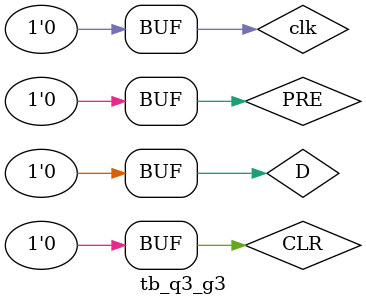
<source format=sv>


//     D_flip_flop_PR my_ff(D, clk, PRE, CLR, Q, QB);

//     initial {D, clk, PRE, CLR} = 4'b0;

//     initial repeat (15) #100 clk = ~clk;
//     // initial repeat (20) #98 D = ~D;

//     initial begin
//         #100
//         repeat (20) #60 D = ~D;
//         #80 D = ~D;
//         #40 D = ~D;
//     end

// endmodule

// module tb_q3_g ();
//     `timescale 1ns/1ns

//     logic D, clk, PRE, CLR;
//     wire Q, QB;

//     D_flip_flop_PR my_ff(D, clk, PRE, CLR, Q, QB);

//     initial {D, clk, PRE, CLR} = 4'b0;

//     initial repeat (15) #100 clk = ~clk;

//     initial begin
//         #100
//         repeat (20) #60 D = ~D;
//         #80 D = ~D;
//         #40 D = ~D;
//     end

//     initial begin
//         #450 PRE = ~ PRE;
//         #100 PRE = ~ PRE;
//     end


// endmodule

// module tb_q3_g2 ();
//     `timescale 1ns/1ns

//     logic D, clk, PRE, CLR;
//     wire Q, QB;

//     D_flip_flop_PR my_ff(D, clk, PRE, CLR, Q, QB);

//     initial {D, clk, PRE, CLR} = 4'b0;

//     initial repeat (15) #100 clk = ~clk;

//     initial begin
//         #100
//         repeat (20) #60 D = ~D;
//         #80 D = ~D;
//         #40 D = ~D;
//     end

//     initial begin
//         #250 CLR = ~ CLR;
//         #100 CLR = ~ CLR;
//     end


// endmodule

module tb_q3_g3 ();
    `timescale 1ns/1ns

    logic D, clk, PRE, CLR;
    wire Q, QB;

    D_flip_flop_PR my_ff(D, clk, PRE, CLR, Q, QB);

    initial {D, clk, PRE, CLR} = 4'b0;

    initial repeat (15) #100 clk = ~clk;

    initial begin
        #100
        repeat (20) #60 D = ~D;
        #80 D = ~D;
        #40 D = ~D;
    end

    initial begin
        #250 CLR = ~ CLR;
        #100 CLR = ~ CLR;
    end
    initial begin
        #250 PRE = ~ PRE;
        #100 PRE = ~ PRE;
    end


endmodule
</source>
